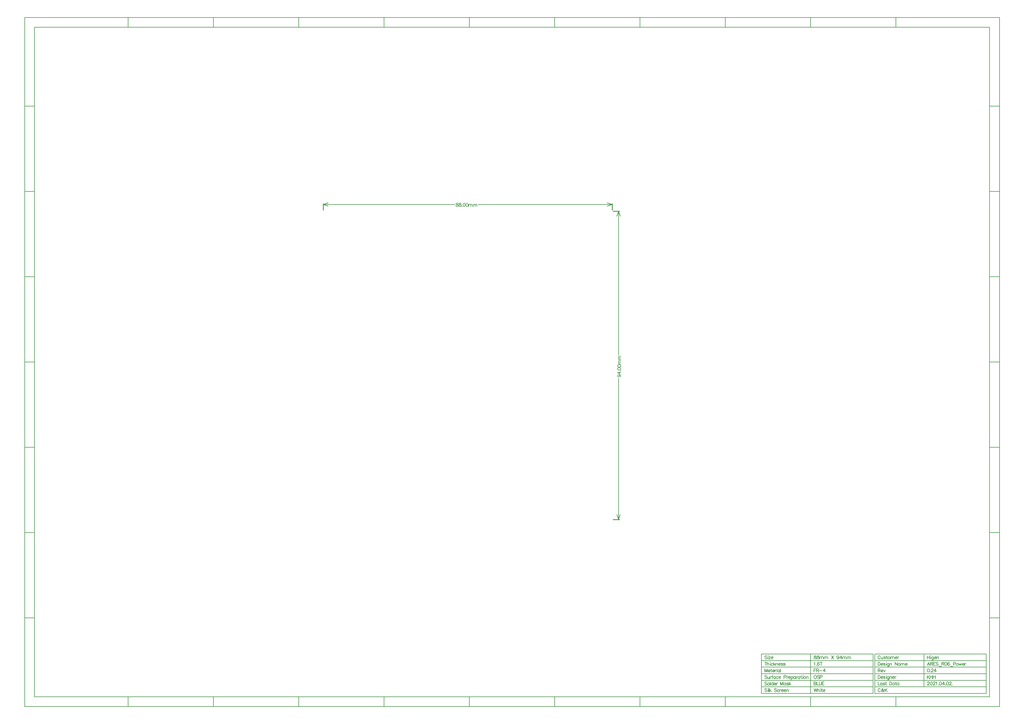
<source format=gko>
G04 Layer_Color=16711935*
%FSLAX44Y44*%
%MOMM*%
G71*
G01*
G75*
%ADD53C,0.2540*%
%ADD54C,0.1270*%
%ADD55C,0.1500*%
D53*
X443040Y-470000D02*
X462540D01*
X443040Y470000D02*
X462540D01*
X440000Y473040D02*
Y492540D01*
X-440000Y473040D02*
Y492540D01*
D54*
X460000Y-470000D02*
Y-39545D01*
Y31925D02*
Y470000D01*
Y-470000D02*
X465080Y-454760D01*
X454920D02*
X460000Y-470000D01*
X454920Y454760D02*
X460000Y470000D01*
X465080Y454760D01*
X31925Y490000D02*
X440000D01*
X-440000D02*
X-39545D01*
X424760Y495080D02*
X440000Y490000D01*
X424760Y484920D02*
X440000Y490000D01*
X-440000D02*
X-424760Y484920D01*
X-440000Y490000D02*
X-424760Y495080D01*
X459577Y-29446D02*
X461028Y-29930D01*
X461996Y-30898D01*
X462479Y-32349D01*
Y-32832D01*
X461996Y-34283D01*
X461028Y-35251D01*
X459577Y-35735D01*
X459093D01*
X457642Y-35251D01*
X456675Y-34283D01*
X456191Y-32832D01*
Y-32349D01*
X456675Y-30898D01*
X457642Y-29930D01*
X459577Y-29446D01*
X461996D01*
X464414Y-29930D01*
X465865Y-30898D01*
X466349Y-32349D01*
Y-33316D01*
X465865Y-34767D01*
X464898Y-35251D01*
X456191Y-21852D02*
X462963Y-26689D01*
Y-19434D01*
X456191Y-21852D02*
X466349D01*
X465382Y-17160D02*
X465865Y-17644D01*
X466349Y-17160D01*
X465865Y-16677D01*
X465382Y-17160D01*
X456191Y-11549D02*
X456675Y-13000D01*
X458126Y-13968D01*
X460544Y-14452D01*
X461996D01*
X464414Y-13968D01*
X465865Y-13000D01*
X466349Y-11549D01*
Y-10582D01*
X465865Y-9131D01*
X464414Y-8163D01*
X461996Y-7680D01*
X460544D01*
X458126Y-8163D01*
X456675Y-9131D01*
X456191Y-10582D01*
Y-11549D01*
Y-2504D02*
X456675Y-3955D01*
X458126Y-4922D01*
X460544Y-5406D01*
X461996D01*
X464414Y-4922D01*
X465865Y-3955D01*
X466349Y-2504D01*
Y-1537D01*
X465865Y-86D01*
X464414Y882D01*
X461996Y1366D01*
X460544D01*
X458126Y882D01*
X456675Y-86D01*
X456191Y-1537D01*
Y-2504D01*
X459577Y3639D02*
X466349D01*
X461512D02*
X460061Y5090D01*
X459577Y6058D01*
Y7509D01*
X460061Y8476D01*
X461512Y8960D01*
X466349D01*
X461512D02*
X460061Y10411D01*
X459577Y11378D01*
Y12830D01*
X460061Y13797D01*
X461512Y14281D01*
X466349D01*
X459577Y17473D02*
X466349D01*
X461512D02*
X460061Y18924D01*
X459577Y19892D01*
Y21343D01*
X460061Y22310D01*
X461512Y22794D01*
X466349D01*
X461512D02*
X460061Y24245D01*
X459577Y25212D01*
Y26663D01*
X460061Y27631D01*
X461512Y28115D01*
X466349D01*
X-33316Y493809D02*
X-34767Y493325D01*
X-35251Y492358D01*
Y491390D01*
X-34767Y490423D01*
X-33800Y489939D01*
X-31865Y489456D01*
X-30414Y488972D01*
X-29446Y488004D01*
X-28963Y487037D01*
Y485586D01*
X-29446Y484618D01*
X-29930Y484135D01*
X-31381Y483651D01*
X-33316D01*
X-34767Y484135D01*
X-35251Y484618D01*
X-35735Y485586D01*
Y487037D01*
X-35251Y488004D01*
X-34283Y488972D01*
X-32832Y489456D01*
X-30898Y489939D01*
X-29930Y490423D01*
X-29446Y491390D01*
Y492358D01*
X-29930Y493325D01*
X-31381Y493809D01*
X-33316D01*
X-24271D02*
X-25722Y493325D01*
X-26206Y492358D01*
Y491390D01*
X-25722Y490423D01*
X-24755Y489939D01*
X-22820Y489456D01*
X-21369Y488972D01*
X-20401Y488004D01*
X-19917Y487037D01*
Y485586D01*
X-20401Y484618D01*
X-20885Y484135D01*
X-22336Y483651D01*
X-24271D01*
X-25722Y484135D01*
X-26206Y484618D01*
X-26689Y485586D01*
Y487037D01*
X-26206Y488004D01*
X-25238Y488972D01*
X-23787Y489456D01*
X-21852Y489939D01*
X-20885Y490423D01*
X-20401Y491390D01*
Y492358D01*
X-20885Y493325D01*
X-22336Y493809D01*
X-24271D01*
X-17160Y484618D02*
X-17644Y484135D01*
X-17160Y483651D01*
X-16677Y484135D01*
X-17160Y484618D01*
X-11549Y493809D02*
X-13000Y493325D01*
X-13968Y491874D01*
X-14452Y489456D01*
Y488004D01*
X-13968Y485586D01*
X-13000Y484135D01*
X-11549Y483651D01*
X-10582D01*
X-9131Y484135D01*
X-8163Y485586D01*
X-7680Y488004D01*
Y489456D01*
X-8163Y491874D01*
X-9131Y493325D01*
X-10582Y493809D01*
X-11549D01*
X-2504D02*
X-3955Y493325D01*
X-4922Y491874D01*
X-5406Y489456D01*
Y488004D01*
X-4922Y485586D01*
X-3955Y484135D01*
X-2504Y483651D01*
X-1537D01*
X-86Y484135D01*
X882Y485586D01*
X1366Y488004D01*
Y489456D01*
X882Y491874D01*
X-86Y493325D01*
X-1537Y493809D01*
X-2504D01*
X3639Y490423D02*
Y483651D01*
Y488488D02*
X5090Y489939D01*
X6058Y490423D01*
X7509D01*
X8476Y489939D01*
X8960Y488488D01*
Y483651D01*
Y488488D02*
X10411Y489939D01*
X11378Y490423D01*
X12830D01*
X13797Y489939D01*
X14281Y488488D01*
Y483651D01*
X17473Y490423D02*
Y483651D01*
Y488488D02*
X18924Y489939D01*
X19892Y490423D01*
X21343D01*
X22310Y489939D01*
X22794Y488488D01*
Y483651D01*
Y488488D02*
X24245Y489939D01*
X25212Y490423D01*
X26663D01*
X27631Y489939D01*
X28115Y488488D01*
Y483651D01*
D55*
X-1320000Y-1010000D02*
Y1030000D01*
X1590000D01*
Y-1010000D02*
Y1030000D01*
X-1320000Y-1010000D02*
X1590000D01*
X-1350000Y-1040000D02*
X1620000D01*
X-1350000Y1060000D02*
X1620000D01*
X-1350000Y-1040000D02*
Y1060000D01*
Y530000D02*
X-1320000D01*
X-1350000Y530000D02*
X-1320000D01*
X-1350000Y790000D02*
X-1320000D01*
X-1350000D02*
X-1320000D01*
X5000Y-1040000D02*
Y-1010000D01*
X5000Y-1040000D02*
Y-1010000D01*
X-775000Y1030000D02*
Y1060000D01*
X-515000Y1030000D02*
Y1060000D01*
X-775000Y1030000D02*
Y1060000D01*
X-1035000Y1030000D02*
Y1060000D01*
X-1035000Y1030000D02*
Y1060000D01*
X5000Y1030000D02*
Y1060000D01*
X5000Y1030000D02*
Y1060000D01*
X-255000Y1030000D02*
Y1060000D01*
Y1030000D02*
Y1060000D01*
X-515000Y1030000D02*
Y1060000D01*
X1620000Y-1040000D02*
Y1060000D01*
X1590000Y790000D02*
X1620000D01*
X1590000D02*
X1620000D01*
X1590000Y530000D02*
X1620000D01*
X1590000Y530000D02*
X1620000D01*
X1590000Y270000D02*
X1620000D01*
X1590000D02*
X1620000D01*
X1590000Y10000D02*
X1620000D01*
X1590000D02*
X1620000D01*
X1590000Y-250000D02*
X1620000D01*
X1590000D02*
X1620000D01*
X1590000Y-510000D02*
X1620000D01*
X1590000Y-510000D02*
X1620000D01*
X1590000Y-770000D02*
X1620000D01*
X1590000D02*
X1620000D01*
X265000Y-1040000D02*
Y-1010000D01*
Y-1040000D02*
Y-1010000D01*
X525000Y-1040000D02*
Y-1010000D01*
Y-1040000D02*
Y-1010000D01*
X785000Y-1040000D02*
Y-1010000D01*
Y-1040000D02*
Y-1010000D01*
X1045000Y-1040000D02*
Y-1010000D01*
X1045000Y-1040000D02*
Y-1010000D01*
X1305000Y-1040000D02*
Y-1010000D01*
Y-1040000D02*
Y-1010000D01*
Y1030000D02*
Y1060000D01*
Y1030000D02*
Y1060000D01*
X1045000Y1030000D02*
Y1060000D01*
X1045000Y1030000D02*
Y1060000D01*
X785000Y1030000D02*
Y1060000D01*
Y1030000D02*
Y1060000D01*
X525000Y1030000D02*
Y1060000D01*
Y1030000D02*
Y1060000D01*
X265000Y1030000D02*
Y1060000D01*
Y1030000D02*
Y1060000D01*
X1240000Y-900000D02*
X1580000D01*
X1240000Y-920000D02*
X1580000D01*
X1240000Y-940000D02*
X1580000D01*
X1240000Y-960000D02*
X1580000D01*
X1240000Y-980000D02*
X1580000D01*
X1240000Y-1000000D02*
X1580000D01*
X1390000Y-980000D02*
Y-880000D01*
X1580000Y-1000000D02*
Y-880000D01*
X1240000D02*
X1580000D01*
X1240000Y-1000000D02*
Y-880000D01*
X-1350000Y-770000D02*
X-1320000D01*
X-1350000D02*
X-1320000D01*
X-1350000Y-510000D02*
X-1320000D01*
X-1350000Y-510000D02*
X-1320000D01*
X-1350000Y-250000D02*
X-1320000D01*
X-1350000D02*
X-1320000D01*
X-1350000Y10000D02*
X-1320000D01*
X-1350000D02*
X-1320000D01*
X-1350000Y270000D02*
X-1320000D01*
X-1350000D02*
X-1320000D01*
X-515000Y-1040000D02*
Y-1010000D01*
X-255000Y-1040000D02*
Y-1010000D01*
Y-1040000D02*
Y-1010000D01*
X-1035000Y-1040000D02*
Y-1010000D01*
X-1035000Y-1040000D02*
Y-1010000D01*
X-775000Y-1040000D02*
Y-1010000D01*
X-515000Y-1040000D02*
Y-1010000D01*
X-775000Y-1040000D02*
Y-1010000D01*
X895000Y-900000D02*
X1235000D01*
X895000Y-920000D02*
X1235000D01*
X895000Y-940000D02*
X1235000D01*
X895000Y-960000D02*
X1235000D01*
X895000Y-980000D02*
X1235000D01*
X895000Y-1000000D02*
X1235000D01*
X1045000D02*
Y-880000D01*
X1235000Y-1000000D02*
Y-880000D01*
X895000D02*
X1235000D01*
X895000Y-1000000D02*
Y-880000D01*
X1257141Y-987383D02*
X1256665Y-986430D01*
X1255713Y-985478D01*
X1254761Y-985002D01*
X1252857D01*
X1251904Y-985478D01*
X1250952Y-986430D01*
X1250476Y-987383D01*
X1250000Y-988811D01*
Y-991191D01*
X1250476Y-992619D01*
X1250952Y-993572D01*
X1251904Y-994524D01*
X1252857Y-995000D01*
X1254761D01*
X1255713Y-994524D01*
X1256665Y-993572D01*
X1257141Y-992619D01*
X1268520Y-988811D02*
X1268044Y-989287D01*
X1268520Y-989763D01*
X1268996Y-989287D01*
Y-988811D01*
X1268520Y-988335D01*
X1268044D01*
X1267568Y-988811D01*
X1267092Y-989763D01*
X1266139Y-992143D01*
X1265187Y-993572D01*
X1264235Y-994524D01*
X1263283Y-995000D01*
X1261855D01*
X1260426Y-994524D01*
X1259950Y-993572D01*
Y-992143D01*
X1260426Y-991191D01*
X1263283Y-989287D01*
X1264235Y-988335D01*
X1264711Y-987383D01*
Y-986430D01*
X1264235Y-985478D01*
X1263283Y-985002D01*
X1262331Y-985478D01*
X1261855Y-986430D01*
Y-987383D01*
X1262331Y-988811D01*
X1263283Y-990239D01*
X1265663Y-993572D01*
X1266616Y-994524D01*
X1268044Y-995000D01*
X1268520D01*
X1268996Y-994524D01*
Y-994048D01*
X1261855Y-995000D02*
X1260902Y-994524D01*
X1260426Y-993572D01*
Y-992143D01*
X1260902Y-991191D01*
X1261855Y-990239D01*
Y-987383D02*
X1262331Y-988335D01*
X1266139Y-993572D01*
X1267092Y-994524D01*
X1268044Y-995000D01*
X1271472Y-985002D02*
Y-995000D01*
X1278137Y-985002D02*
X1271472Y-991667D01*
X1273852Y-989287D02*
X1278137Y-995000D01*
X1400476Y-967383D02*
Y-966907D01*
X1400952Y-965954D01*
X1401428Y-965478D01*
X1402380Y-965002D01*
X1404285D01*
X1405237Y-965478D01*
X1405713Y-965954D01*
X1406189Y-966907D01*
Y-967859D01*
X1405713Y-968811D01*
X1404761Y-970239D01*
X1400000Y-975000D01*
X1406665D01*
X1411759Y-965002D02*
X1410331Y-965478D01*
X1409379Y-966907D01*
X1408903Y-969287D01*
Y-970715D01*
X1409379Y-973096D01*
X1410331Y-974524D01*
X1411759Y-975000D01*
X1412712D01*
X1414140Y-974524D01*
X1415092Y-973096D01*
X1415568Y-970715D01*
Y-969287D01*
X1415092Y-966907D01*
X1414140Y-965478D01*
X1412712Y-965002D01*
X1411759D01*
X1418282Y-967383D02*
Y-966907D01*
X1418758Y-965954D01*
X1419234Y-965478D01*
X1420186Y-965002D01*
X1422090D01*
X1423043Y-965478D01*
X1423519Y-965954D01*
X1423995Y-966907D01*
Y-967859D01*
X1423519Y-968811D01*
X1422567Y-970239D01*
X1417806Y-975000D01*
X1424471D01*
X1426709Y-966907D02*
X1427661Y-966430D01*
X1429089Y-965002D01*
Y-975000D01*
X1434516Y-974048D02*
X1434040Y-974524D01*
X1434516Y-975000D01*
X1434993Y-974524D01*
X1434516Y-974048D01*
X1440039Y-965002D02*
X1438611Y-965478D01*
X1437659Y-966907D01*
X1437182Y-969287D01*
Y-970715D01*
X1437659Y-973096D01*
X1438611Y-974524D01*
X1440039Y-975000D01*
X1440991D01*
X1442419Y-974524D01*
X1443372Y-973096D01*
X1443848Y-970715D01*
Y-969287D01*
X1443372Y-966907D01*
X1442419Y-965478D01*
X1440991Y-965002D01*
X1440039D01*
X1450846D02*
X1446085Y-971667D01*
X1453227D01*
X1450846Y-965002D02*
Y-975000D01*
X1455464Y-974048D02*
X1454988Y-974524D01*
X1455464Y-975000D01*
X1455940Y-974524D01*
X1455464Y-974048D01*
X1460987Y-965002D02*
X1459559Y-965478D01*
X1458607Y-966907D01*
X1458130Y-969287D01*
Y-970715D01*
X1458607Y-973096D01*
X1459559Y-974524D01*
X1460987Y-975000D01*
X1461939D01*
X1463367Y-974524D01*
X1464319Y-973096D01*
X1464796Y-970715D01*
Y-969287D01*
X1464319Y-966907D01*
X1463367Y-965478D01*
X1461939Y-965002D01*
X1460987D01*
X1467509Y-967383D02*
Y-966907D01*
X1467985Y-965954D01*
X1468461Y-965478D01*
X1469414Y-965002D01*
X1471318D01*
X1472270Y-965478D01*
X1472746Y-965954D01*
X1473222Y-966907D01*
Y-967859D01*
X1472746Y-968811D01*
X1471794Y-970239D01*
X1467033Y-975000D01*
X1473698D01*
X1476412Y-974048D02*
X1475936Y-974524D01*
X1476412Y-975000D01*
X1476888Y-974524D01*
X1476412Y-974048D01*
X1400000Y-945002D02*
Y-955000D01*
X1406665Y-945002D02*
X1400000Y-951667D01*
X1402380Y-949287D02*
X1406665Y-955000D01*
X1408903Y-945002D02*
Y-955000D01*
X1415568Y-945002D02*
Y-955000D01*
X1408903Y-949763D02*
X1415568D01*
X1418329Y-945002D02*
Y-955000D01*
X1424995Y-945002D02*
Y-955000D01*
X1418329Y-949763D02*
X1424995D01*
X1402856Y-925002D02*
X1401428Y-925478D01*
X1400476Y-926907D01*
X1400000Y-929287D01*
Y-930715D01*
X1400476Y-933096D01*
X1401428Y-934524D01*
X1402856Y-935000D01*
X1403809D01*
X1405237Y-934524D01*
X1406189Y-933096D01*
X1406665Y-930715D01*
Y-929287D01*
X1406189Y-926907D01*
X1405237Y-925478D01*
X1403809Y-925002D01*
X1402856D01*
X1409379Y-934048D02*
X1408903Y-934524D01*
X1409379Y-935000D01*
X1409855Y-934524D01*
X1409379Y-934048D01*
X1412521Y-927383D02*
Y-926907D01*
X1412997Y-925954D01*
X1413473Y-925478D01*
X1414426Y-925002D01*
X1416330D01*
X1417282Y-925478D01*
X1417758Y-925954D01*
X1418234Y-926907D01*
Y-927859D01*
X1417758Y-928811D01*
X1416806Y-930239D01*
X1412045Y-935000D01*
X1418710D01*
X1425709Y-925002D02*
X1420948Y-931667D01*
X1428089D01*
X1425709Y-925002D02*
Y-935000D01*
X1407617Y-915000D02*
X1403809Y-905002D01*
X1400000Y-915000D01*
X1401428Y-911667D02*
X1406189D01*
X1409950Y-905002D02*
Y-915000D01*
Y-905002D02*
X1414235D01*
X1415663Y-905478D01*
X1416139Y-905954D01*
X1416615Y-906907D01*
Y-907859D01*
X1416139Y-908811D01*
X1415663Y-909287D01*
X1414235Y-909763D01*
X1409950D01*
X1413283D02*
X1416615Y-915000D01*
X1425042Y-905002D02*
X1418853D01*
Y-915000D01*
X1425042D01*
X1418853Y-909763D02*
X1422662D01*
X1433374Y-906430D02*
X1432422Y-905478D01*
X1430993Y-905002D01*
X1429089D01*
X1427661Y-905478D01*
X1426709Y-906430D01*
Y-907383D01*
X1427185Y-908335D01*
X1427661Y-908811D01*
X1428613Y-909287D01*
X1431470Y-910239D01*
X1432422Y-910715D01*
X1432898Y-911191D01*
X1433374Y-912143D01*
Y-913572D01*
X1432422Y-914524D01*
X1430993Y-915000D01*
X1429089D01*
X1427661Y-914524D01*
X1426709Y-913572D01*
X1435611Y-918333D02*
X1443229D01*
X1444514Y-905002D02*
Y-915000D01*
Y-905002D02*
X1448799D01*
X1450227Y-905478D01*
X1450703Y-905954D01*
X1451180Y-906907D01*
Y-907859D01*
X1450703Y-908811D01*
X1450227Y-909287D01*
X1448799Y-909763D01*
X1444514D01*
X1447847D02*
X1451180Y-915000D01*
X1456274Y-905002D02*
X1454845Y-905478D01*
X1453893Y-906907D01*
X1453417Y-909287D01*
Y-910715D01*
X1453893Y-913096D01*
X1454845Y-914524D01*
X1456274Y-915000D01*
X1457226D01*
X1458654Y-914524D01*
X1459606Y-913096D01*
X1460082Y-910715D01*
Y-909287D01*
X1459606Y-906907D01*
X1458654Y-905478D01*
X1457226Y-905002D01*
X1456274D01*
X1468033Y-906430D02*
X1467557Y-905478D01*
X1466129Y-905002D01*
X1465177D01*
X1463748Y-905478D01*
X1462796Y-906907D01*
X1462320Y-909287D01*
Y-911667D01*
X1462796Y-913572D01*
X1463748Y-914524D01*
X1465177Y-915000D01*
X1465653D01*
X1467081Y-914524D01*
X1468033Y-913572D01*
X1468509Y-912143D01*
Y-911667D01*
X1468033Y-910239D01*
X1467081Y-909287D01*
X1465653Y-908811D01*
X1465177D01*
X1463748Y-909287D01*
X1462796Y-910239D01*
X1462320Y-911667D01*
X1470699Y-918333D02*
X1478316D01*
X1479602Y-910239D02*
X1483887D01*
X1485315Y-909763D01*
X1485791Y-909287D01*
X1486267Y-908335D01*
Y-906907D01*
X1485791Y-905954D01*
X1485315Y-905478D01*
X1483887Y-905002D01*
X1479602D01*
Y-915000D01*
X1490885Y-908335D02*
X1489933Y-908811D01*
X1488981Y-909763D01*
X1488505Y-911191D01*
Y-912143D01*
X1488981Y-913572D01*
X1489933Y-914524D01*
X1490885Y-915000D01*
X1492314D01*
X1493266Y-914524D01*
X1494218Y-913572D01*
X1494694Y-912143D01*
Y-911191D01*
X1494218Y-909763D01*
X1493266Y-908811D01*
X1492314Y-908335D01*
X1490885D01*
X1496884D02*
X1498788Y-915000D01*
X1500693Y-908335D02*
X1498788Y-915000D01*
X1500693Y-908335D02*
X1502597Y-915000D01*
X1504501Y-908335D02*
X1502597Y-915000D01*
X1506834Y-911191D02*
X1512547D01*
Y-910239D01*
X1512071Y-909287D01*
X1511595Y-908811D01*
X1510643Y-908335D01*
X1509215D01*
X1508262Y-908811D01*
X1507310Y-909763D01*
X1506834Y-911191D01*
Y-912143D01*
X1507310Y-913572D01*
X1508262Y-914524D01*
X1509215Y-915000D01*
X1510643D01*
X1511595Y-914524D01*
X1512547Y-913572D01*
X1514690Y-908335D02*
Y-915000D01*
Y-911191D02*
X1515166Y-909763D01*
X1516118Y-908811D01*
X1517070Y-908335D01*
X1518498D01*
X1400000Y-885002D02*
Y-895000D01*
X1406665Y-885002D02*
Y-895000D01*
X1400000Y-889763D02*
X1406665D01*
X1410379Y-885002D02*
X1410855Y-885478D01*
X1411331Y-885002D01*
X1410855Y-884526D01*
X1410379Y-885002D01*
X1410855Y-888335D02*
Y-895000D01*
X1418806Y-888335D02*
Y-895952D01*
X1418329Y-897380D01*
X1417853Y-897857D01*
X1416901Y-898333D01*
X1415473D01*
X1414521Y-897857D01*
X1418806Y-889763D02*
X1417853Y-888811D01*
X1416901Y-888335D01*
X1415473D01*
X1414521Y-888811D01*
X1413569Y-889763D01*
X1413092Y-891191D01*
Y-892143D01*
X1413569Y-893572D01*
X1414521Y-894524D01*
X1415473Y-895000D01*
X1416901D01*
X1417853Y-894524D01*
X1418806Y-893572D01*
X1421472Y-891191D02*
X1427185D01*
Y-890239D01*
X1426709Y-889287D01*
X1426232Y-888811D01*
X1425280Y-888335D01*
X1423852D01*
X1422900Y-888811D01*
X1421948Y-889763D01*
X1421472Y-891191D01*
Y-892143D01*
X1421948Y-893572D01*
X1422900Y-894524D01*
X1423852Y-895000D01*
X1425280D01*
X1426232Y-894524D01*
X1427185Y-893572D01*
X1429327Y-888335D02*
Y-895000D01*
Y-890239D02*
X1430755Y-888811D01*
X1431707Y-888335D01*
X1433136D01*
X1434088Y-888811D01*
X1434564Y-890239D01*
Y-895000D01*
X1250000Y-965002D02*
Y-975000D01*
X1255713D01*
X1262521Y-968335D02*
Y-975000D01*
Y-969763D02*
X1261569Y-968811D01*
X1260617Y-968335D01*
X1259189D01*
X1258236Y-968811D01*
X1257284Y-969763D01*
X1256808Y-971191D01*
Y-972143D01*
X1257284Y-973572D01*
X1258236Y-974524D01*
X1259189Y-975000D01*
X1260617D01*
X1261569Y-974524D01*
X1262521Y-973572D01*
X1270424Y-969763D02*
X1269948Y-968811D01*
X1268520Y-968335D01*
X1267092D01*
X1265663Y-968811D01*
X1265187Y-969763D01*
X1265663Y-970715D01*
X1266616Y-971191D01*
X1268996Y-971667D01*
X1269948Y-972143D01*
X1270424Y-973096D01*
Y-973572D01*
X1269948Y-974524D01*
X1268520Y-975000D01*
X1267092D01*
X1265663Y-974524D01*
X1265187Y-973572D01*
X1273947Y-965002D02*
Y-973096D01*
X1274423Y-974524D01*
X1275376Y-975000D01*
X1276328D01*
X1272519Y-968335D02*
X1275852D01*
X1285611Y-965002D02*
Y-975000D01*
Y-965002D02*
X1288944D01*
X1290372Y-965478D01*
X1291324Y-966430D01*
X1291801Y-967383D01*
X1292277Y-968811D01*
Y-971191D01*
X1291801Y-972619D01*
X1291324Y-973572D01*
X1290372Y-974524D01*
X1288944Y-975000D01*
X1285611D01*
X1300227Y-968335D02*
Y-975000D01*
Y-969763D02*
X1299275Y-968811D01*
X1298323Y-968335D01*
X1296895D01*
X1295943Y-968811D01*
X1294990Y-969763D01*
X1294514Y-971191D01*
Y-972143D01*
X1294990Y-973572D01*
X1295943Y-974524D01*
X1296895Y-975000D01*
X1298323D01*
X1299275Y-974524D01*
X1300227Y-973572D01*
X1304322Y-965002D02*
Y-973096D01*
X1304798Y-974524D01*
X1305750Y-975000D01*
X1306702D01*
X1302893Y-968335D02*
X1306226D01*
X1313843D02*
Y-975000D01*
Y-969763D02*
X1312891Y-968811D01*
X1311939Y-968335D01*
X1310511D01*
X1309559Y-968811D01*
X1308607Y-969763D01*
X1308130Y-971191D01*
Y-972143D01*
X1308607Y-973572D01*
X1309559Y-974524D01*
X1310511Y-975000D01*
X1311939D01*
X1312891Y-974524D01*
X1313843Y-973572D01*
X1250000Y-945002D02*
Y-955000D01*
Y-945002D02*
X1253333D01*
X1254761Y-945478D01*
X1255713Y-946430D01*
X1256189Y-947383D01*
X1256665Y-948811D01*
Y-951191D01*
X1256189Y-952619D01*
X1255713Y-953572D01*
X1254761Y-954524D01*
X1253333Y-955000D01*
X1250000D01*
X1258903Y-951191D02*
X1264616D01*
Y-950239D01*
X1264140Y-949287D01*
X1263664Y-948811D01*
X1262711Y-948335D01*
X1261283D01*
X1260331Y-948811D01*
X1259379Y-949763D01*
X1258903Y-951191D01*
Y-952143D01*
X1259379Y-953572D01*
X1260331Y-954524D01*
X1261283Y-955000D01*
X1262711D01*
X1263664Y-954524D01*
X1264616Y-953572D01*
X1271995Y-949763D02*
X1271519Y-948811D01*
X1270091Y-948335D01*
X1268663D01*
X1267234Y-948811D01*
X1266758Y-949763D01*
X1267234Y-950715D01*
X1268187Y-951191D01*
X1270567Y-951667D01*
X1271519Y-952143D01*
X1271995Y-953096D01*
Y-953572D01*
X1271519Y-954524D01*
X1270091Y-955000D01*
X1268663D01*
X1267234Y-954524D01*
X1266758Y-953572D01*
X1275042Y-945002D02*
X1275518Y-945478D01*
X1275994Y-945002D01*
X1275518Y-944526D01*
X1275042Y-945002D01*
X1275518Y-948335D02*
Y-955000D01*
X1283469Y-948335D02*
Y-955952D01*
X1282993Y-957380D01*
X1282517Y-957857D01*
X1281565Y-958333D01*
X1280136D01*
X1279184Y-957857D01*
X1283469Y-949763D02*
X1282517Y-948811D01*
X1281565Y-948335D01*
X1280136D01*
X1279184Y-948811D01*
X1278232Y-949763D01*
X1277756Y-951191D01*
Y-952143D01*
X1278232Y-953572D01*
X1279184Y-954524D01*
X1280136Y-955000D01*
X1281565D01*
X1282517Y-954524D01*
X1283469Y-953572D01*
X1286135Y-948335D02*
Y-955000D01*
Y-950239D02*
X1287563Y-948811D01*
X1288515Y-948335D01*
X1289944D01*
X1290896Y-948811D01*
X1291372Y-950239D01*
Y-955000D01*
X1293991Y-951191D02*
X1299704D01*
Y-950239D01*
X1299227Y-949287D01*
X1298752Y-948811D01*
X1297799Y-948335D01*
X1296371D01*
X1295419Y-948811D01*
X1294467Y-949763D01*
X1293991Y-951191D01*
Y-952143D01*
X1294467Y-953572D01*
X1295419Y-954524D01*
X1296371Y-955000D01*
X1297799D01*
X1298752Y-954524D01*
X1299704Y-953572D01*
X1301846Y-948335D02*
Y-955000D01*
Y-951191D02*
X1302322Y-949763D01*
X1303274Y-948811D01*
X1304226Y-948335D01*
X1305655D01*
X1250000Y-925002D02*
Y-935000D01*
Y-925002D02*
X1254285D01*
X1255713Y-925478D01*
X1256189Y-925954D01*
X1256665Y-926907D01*
Y-927859D01*
X1256189Y-928811D01*
X1255713Y-929287D01*
X1254285Y-929763D01*
X1250000D01*
X1253333D02*
X1256665Y-935000D01*
X1258903Y-931191D02*
X1264616D01*
Y-930239D01*
X1264140Y-929287D01*
X1263664Y-928811D01*
X1262711Y-928335D01*
X1261283D01*
X1260331Y-928811D01*
X1259379Y-929763D01*
X1258903Y-931191D01*
Y-932143D01*
X1259379Y-933572D01*
X1260331Y-934524D01*
X1261283Y-935000D01*
X1262711D01*
X1263664Y-934524D01*
X1264616Y-933572D01*
X1266758Y-928335D02*
X1269615Y-935000D01*
X1272471Y-928335D02*
X1269615Y-935000D01*
X1250000Y-905002D02*
Y-915000D01*
Y-905002D02*
X1253333D01*
X1254761Y-905478D01*
X1255713Y-906430D01*
X1256189Y-907383D01*
X1256665Y-908811D01*
Y-911191D01*
X1256189Y-912619D01*
X1255713Y-913572D01*
X1254761Y-914524D01*
X1253333Y-915000D01*
X1250000D01*
X1258903Y-911191D02*
X1264616D01*
Y-910239D01*
X1264140Y-909287D01*
X1263664Y-908811D01*
X1262711Y-908335D01*
X1261283D01*
X1260331Y-908811D01*
X1259379Y-909763D01*
X1258903Y-911191D01*
Y-912143D01*
X1259379Y-913572D01*
X1260331Y-914524D01*
X1261283Y-915000D01*
X1262711D01*
X1263664Y-914524D01*
X1264616Y-913572D01*
X1271995Y-909763D02*
X1271519Y-908811D01*
X1270091Y-908335D01*
X1268663D01*
X1267234Y-908811D01*
X1266758Y-909763D01*
X1267234Y-910715D01*
X1268187Y-911191D01*
X1270567Y-911667D01*
X1271519Y-912143D01*
X1271995Y-913096D01*
Y-913572D01*
X1271519Y-914524D01*
X1270091Y-915000D01*
X1268663D01*
X1267234Y-914524D01*
X1266758Y-913572D01*
X1275042Y-905002D02*
X1275518Y-905478D01*
X1275994Y-905002D01*
X1275518Y-904526D01*
X1275042Y-905002D01*
X1275518Y-908335D02*
Y-915000D01*
X1283469Y-908335D02*
Y-915952D01*
X1282993Y-917380D01*
X1282517Y-917857D01*
X1281565Y-918333D01*
X1280136D01*
X1279184Y-917857D01*
X1283469Y-909763D02*
X1282517Y-908811D01*
X1281565Y-908335D01*
X1280136D01*
X1279184Y-908811D01*
X1278232Y-909763D01*
X1277756Y-911191D01*
Y-912143D01*
X1278232Y-913572D01*
X1279184Y-914524D01*
X1280136Y-915000D01*
X1281565D01*
X1282517Y-914524D01*
X1283469Y-913572D01*
X1286135Y-908335D02*
Y-915000D01*
Y-910239D02*
X1287563Y-908811D01*
X1288515Y-908335D01*
X1289944D01*
X1290896Y-908811D01*
X1291372Y-910239D01*
Y-915000D01*
X1301846Y-905002D02*
Y-915000D01*
Y-905002D02*
X1308511Y-915000D01*
Y-905002D02*
Y-915000D01*
X1316986Y-908335D02*
Y-915000D01*
Y-909763D02*
X1316033Y-908811D01*
X1315081Y-908335D01*
X1313653D01*
X1312701Y-908811D01*
X1311749Y-909763D01*
X1311273Y-911191D01*
Y-912143D01*
X1311749Y-913572D01*
X1312701Y-914524D01*
X1313653Y-915000D01*
X1315081D01*
X1316033Y-914524D01*
X1316986Y-913572D01*
X1319652Y-908335D02*
Y-915000D01*
Y-910239D02*
X1321080Y-908811D01*
X1322032Y-908335D01*
X1323460D01*
X1324413Y-908811D01*
X1324889Y-910239D01*
Y-915000D01*
Y-910239D02*
X1326317Y-908811D01*
X1327269Y-908335D01*
X1328697D01*
X1329650Y-908811D01*
X1330126Y-910239D01*
Y-915000D01*
X1333268Y-911191D02*
X1338981D01*
Y-910239D01*
X1338505Y-909287D01*
X1338029Y-908811D01*
X1337077Y-908335D01*
X1335648D01*
X1334696Y-908811D01*
X1333744Y-909763D01*
X1333268Y-911191D01*
Y-912143D01*
X1333744Y-913572D01*
X1334696Y-914524D01*
X1335648Y-915000D01*
X1337077D01*
X1338029Y-914524D01*
X1338981Y-913572D01*
X1257141Y-887383D02*
X1256665Y-886430D01*
X1255713Y-885478D01*
X1254761Y-885002D01*
X1252857D01*
X1251904Y-885478D01*
X1250952Y-886430D01*
X1250476Y-887383D01*
X1250000Y-888811D01*
Y-891191D01*
X1250476Y-892620D01*
X1250952Y-893572D01*
X1251904Y-894524D01*
X1252857Y-895000D01*
X1254761D01*
X1255713Y-894524D01*
X1256665Y-893572D01*
X1257141Y-892620D01*
X1259950Y-888335D02*
Y-893096D01*
X1260426Y-894524D01*
X1261378Y-895000D01*
X1262807D01*
X1263759Y-894524D01*
X1265187Y-893096D01*
Y-888335D02*
Y-895000D01*
X1273043Y-889763D02*
X1272567Y-888811D01*
X1271138Y-888335D01*
X1269710D01*
X1268282Y-888811D01*
X1267806Y-889763D01*
X1268282Y-890715D01*
X1269234Y-891191D01*
X1271614Y-891667D01*
X1272567Y-892143D01*
X1273043Y-893096D01*
Y-893572D01*
X1272567Y-894524D01*
X1271138Y-895000D01*
X1269710D01*
X1268282Y-894524D01*
X1267806Y-893572D01*
X1276566Y-885002D02*
Y-893096D01*
X1277042Y-894524D01*
X1277994Y-895000D01*
X1278946D01*
X1275137Y-888335D02*
X1278470D01*
X1282755D02*
X1281803Y-888811D01*
X1280851Y-889763D01*
X1280374Y-891191D01*
Y-892143D01*
X1280851Y-893572D01*
X1281803Y-894524D01*
X1282755Y-895000D01*
X1284183D01*
X1285135Y-894524D01*
X1286087Y-893572D01*
X1286564Y-892143D01*
Y-891191D01*
X1286087Y-889763D01*
X1285135Y-888811D01*
X1284183Y-888335D01*
X1282755D01*
X1288754D02*
Y-895000D01*
Y-890239D02*
X1290182Y-888811D01*
X1291134Y-888335D01*
X1292562D01*
X1293515Y-888811D01*
X1293991Y-890239D01*
Y-895000D01*
Y-890239D02*
X1295419Y-888811D01*
X1296371Y-888335D01*
X1297799D01*
X1298752Y-888811D01*
X1299227Y-890239D01*
Y-895000D01*
X1302370Y-891191D02*
X1308083D01*
Y-890239D01*
X1307607Y-889287D01*
X1307131Y-888811D01*
X1306178Y-888335D01*
X1304750D01*
X1303798Y-888811D01*
X1302846Y-889763D01*
X1302370Y-891191D01*
Y-892143D01*
X1302846Y-893572D01*
X1303798Y-894524D01*
X1304750Y-895000D01*
X1306178D01*
X1307131Y-894524D01*
X1308083Y-893572D01*
X1310225Y-888335D02*
Y-895000D01*
Y-891191D02*
X1310701Y-889763D01*
X1311653Y-888811D01*
X1312606Y-888335D01*
X1314034D01*
X1055000Y-985002D02*
X1057380Y-995000D01*
X1059761Y-985002D02*
X1057380Y-995000D01*
X1059761Y-985002D02*
X1062141Y-995000D01*
X1064522Y-985002D02*
X1062141Y-995000D01*
X1066521Y-985002D02*
Y-995000D01*
Y-990239D02*
X1067950Y-988811D01*
X1068902Y-988335D01*
X1070330D01*
X1071282Y-988811D01*
X1071758Y-990239D01*
Y-995000D01*
X1075329Y-985002D02*
X1075805Y-985478D01*
X1076281Y-985002D01*
X1075805Y-984526D01*
X1075329Y-985002D01*
X1075805Y-988335D02*
Y-995000D01*
X1079471Y-985002D02*
Y-993096D01*
X1079947Y-994524D01*
X1080899Y-995000D01*
X1081851D01*
X1078043Y-988335D02*
X1081375D01*
X1083280Y-991191D02*
X1088993D01*
Y-990239D01*
X1088517Y-989287D01*
X1088040Y-988811D01*
X1087088Y-988335D01*
X1085660D01*
X1084708Y-988811D01*
X1083756Y-989763D01*
X1083280Y-991191D01*
Y-992143D01*
X1083756Y-993572D01*
X1084708Y-994524D01*
X1085660Y-995000D01*
X1087088D01*
X1088040Y-994524D01*
X1088993Y-993572D01*
X1055000Y-965002D02*
Y-975000D01*
Y-965002D02*
X1059285D01*
X1060713Y-965478D01*
X1061189Y-965954D01*
X1061665Y-966907D01*
Y-967859D01*
X1061189Y-968811D01*
X1060713Y-969287D01*
X1059285Y-969763D01*
X1055000D02*
X1059285D01*
X1060713Y-970239D01*
X1061189Y-970715D01*
X1061665Y-971667D01*
Y-973096D01*
X1061189Y-974048D01*
X1060713Y-974524D01*
X1059285Y-975000D01*
X1055000D01*
X1063903Y-965002D02*
Y-975000D01*
X1069616D01*
X1070711Y-965002D02*
Y-972143D01*
X1071187Y-973572D01*
X1072139Y-974524D01*
X1073567Y-975000D01*
X1074520D01*
X1075948Y-974524D01*
X1076900Y-973572D01*
X1077376Y-972143D01*
Y-965002D01*
X1086327D02*
X1080137D01*
Y-975000D01*
X1086327D01*
X1080137Y-969763D02*
X1083946D01*
X1057857Y-945002D02*
X1056904Y-945478D01*
X1055952Y-946430D01*
X1055476Y-947383D01*
X1055000Y-948811D01*
Y-951191D01*
X1055476Y-952620D01*
X1055952Y-953572D01*
X1056904Y-954524D01*
X1057857Y-955000D01*
X1059761D01*
X1060713Y-954524D01*
X1061665Y-953572D01*
X1062141Y-952620D01*
X1062617Y-951191D01*
Y-948811D01*
X1062141Y-947383D01*
X1061665Y-946430D01*
X1060713Y-945478D01*
X1059761Y-945002D01*
X1057857D01*
X1071616Y-946430D02*
X1070663Y-945478D01*
X1069235Y-945002D01*
X1067331D01*
X1065902Y-945478D01*
X1064950Y-946430D01*
Y-947383D01*
X1065426Y-948335D01*
X1065902Y-948811D01*
X1066855Y-949287D01*
X1069711Y-950239D01*
X1070663Y-950715D01*
X1071139Y-951191D01*
X1071616Y-952143D01*
Y-953572D01*
X1070663Y-954524D01*
X1069235Y-955000D01*
X1067331D01*
X1065902Y-954524D01*
X1064950Y-953572D01*
X1073853Y-950239D02*
X1078138D01*
X1079566Y-949763D01*
X1080042Y-949287D01*
X1080518Y-948335D01*
Y-946907D01*
X1080042Y-945954D01*
X1079566Y-945478D01*
X1078138Y-945002D01*
X1073853D01*
Y-955000D01*
X1055000Y-925002D02*
Y-935000D01*
Y-925002D02*
X1061189D01*
X1055000Y-929763D02*
X1058809D01*
X1062332Y-925002D02*
Y-935000D01*
Y-925002D02*
X1066617D01*
X1068045Y-925478D01*
X1068521Y-925954D01*
X1068997Y-926907D01*
Y-927859D01*
X1068521Y-928811D01*
X1068045Y-929287D01*
X1066617Y-929763D01*
X1062332D01*
X1065664D02*
X1068997Y-935000D01*
X1071235Y-930715D02*
X1079804D01*
X1087517Y-925002D02*
X1082756Y-931667D01*
X1089897D01*
X1087517Y-925002D02*
Y-935000D01*
X1055000Y-906907D02*
X1055952Y-906430D01*
X1057380Y-905002D01*
Y-915000D01*
X1062808Y-914048D02*
X1062332Y-914524D01*
X1062808Y-915000D01*
X1063284Y-914524D01*
X1062808Y-914048D01*
X1071187Y-906430D02*
X1070711Y-905478D01*
X1069283Y-905002D01*
X1068331D01*
X1066902Y-905478D01*
X1065950Y-906907D01*
X1065474Y-909287D01*
Y-911667D01*
X1065950Y-913572D01*
X1066902Y-914524D01*
X1068331Y-915000D01*
X1068807D01*
X1070235Y-914524D01*
X1071187Y-913572D01*
X1071663Y-912143D01*
Y-911667D01*
X1071187Y-910239D01*
X1070235Y-909287D01*
X1068807Y-908811D01*
X1068331D01*
X1066902Y-909287D01*
X1065950Y-910239D01*
X1065474Y-911667D01*
X1077186Y-905002D02*
Y-915000D01*
X1073853Y-905002D02*
X1080518D01*
X1057380Y-885002D02*
X1055952Y-885478D01*
X1055476Y-886430D01*
Y-887383D01*
X1055952Y-888335D01*
X1056904Y-888811D01*
X1058809Y-889287D01*
X1060237Y-889763D01*
X1061189Y-890715D01*
X1061665Y-891667D01*
Y-893096D01*
X1061189Y-894048D01*
X1060713Y-894524D01*
X1059285Y-895000D01*
X1057380D01*
X1055952Y-894524D01*
X1055476Y-894048D01*
X1055000Y-893096D01*
Y-891667D01*
X1055476Y-890715D01*
X1056428Y-889763D01*
X1057857Y-889287D01*
X1059761Y-888811D01*
X1060713Y-888335D01*
X1061189Y-887383D01*
Y-886430D01*
X1060713Y-885478D01*
X1059285Y-885002D01*
X1057380D01*
X1066283D02*
X1064855Y-885478D01*
X1064379Y-886430D01*
Y-887383D01*
X1064855Y-888335D01*
X1065807Y-888811D01*
X1067712Y-889287D01*
X1069140Y-889763D01*
X1070092Y-890715D01*
X1070568Y-891667D01*
Y-893096D01*
X1070092Y-894048D01*
X1069616Y-894524D01*
X1068188Y-895000D01*
X1066283D01*
X1064855Y-894524D01*
X1064379Y-894048D01*
X1063903Y-893096D01*
Y-891667D01*
X1064379Y-890715D01*
X1065331Y-889763D01*
X1066759Y-889287D01*
X1068664Y-888811D01*
X1069616Y-888335D01*
X1070092Y-887383D01*
Y-886430D01*
X1069616Y-885478D01*
X1068188Y-885002D01*
X1066283D01*
X1072806Y-888335D02*
Y-895000D01*
Y-890239D02*
X1074234Y-888811D01*
X1075186Y-888335D01*
X1076614D01*
X1077567Y-888811D01*
X1078043Y-890239D01*
Y-895000D01*
Y-890239D02*
X1079471Y-888811D01*
X1080423Y-888335D01*
X1081851D01*
X1082804Y-888811D01*
X1083280Y-890239D01*
Y-895000D01*
X1086422Y-888335D02*
Y-895000D01*
Y-890239D02*
X1087850Y-888811D01*
X1088802Y-888335D01*
X1090230D01*
X1091183Y-888811D01*
X1091659Y-890239D01*
Y-895000D01*
Y-890239D02*
X1093087Y-888811D01*
X1094039Y-888335D01*
X1095468D01*
X1096420Y-888811D01*
X1096896Y-890239D01*
Y-895000D01*
X1107893Y-885002D02*
X1114559Y-895000D01*
Y-885002D02*
X1107893Y-895000D01*
X1130841Y-888335D02*
X1130365Y-889763D01*
X1129413Y-890715D01*
X1127984Y-891191D01*
X1127508D01*
X1126080Y-890715D01*
X1125128Y-889763D01*
X1124652Y-888335D01*
Y-887859D01*
X1125128Y-886430D01*
X1126080Y-885478D01*
X1127508Y-885002D01*
X1127984D01*
X1129413Y-885478D01*
X1130365Y-886430D01*
X1130841Y-888335D01*
Y-890715D01*
X1130365Y-893096D01*
X1129413Y-894524D01*
X1127984Y-895000D01*
X1127032D01*
X1125604Y-894524D01*
X1125128Y-893572D01*
X1138316Y-885002D02*
X1133555Y-891667D01*
X1140696D01*
X1138316Y-885002D02*
Y-895000D01*
X1142457Y-888335D02*
Y-895000D01*
Y-890239D02*
X1143886Y-888811D01*
X1144838Y-888335D01*
X1146266D01*
X1147218Y-888811D01*
X1147694Y-890239D01*
Y-895000D01*
Y-890239D02*
X1149123Y-888811D01*
X1150075Y-888335D01*
X1151503D01*
X1152455Y-888811D01*
X1152931Y-890239D01*
Y-895000D01*
X1156074Y-888335D02*
Y-895000D01*
Y-890239D02*
X1157502Y-888811D01*
X1158454Y-888335D01*
X1159882D01*
X1160835Y-888811D01*
X1161311Y-890239D01*
Y-895000D01*
Y-890239D02*
X1162739Y-888811D01*
X1163691Y-888335D01*
X1165119D01*
X1166071Y-888811D01*
X1166547Y-890239D01*
Y-895000D01*
X911665Y-986430D02*
X910713Y-985478D01*
X909285Y-985002D01*
X907380D01*
X905952Y-985478D01*
X905000Y-986430D01*
Y-987383D01*
X905476Y-988335D01*
X905952Y-988811D01*
X906904Y-989287D01*
X909761Y-990239D01*
X910713Y-990715D01*
X911189Y-991191D01*
X911665Y-992143D01*
Y-993572D01*
X910713Y-994524D01*
X909285Y-995000D01*
X907380D01*
X905952Y-994524D01*
X905000Y-993572D01*
X914855Y-985002D02*
X915331Y-985478D01*
X915807Y-985002D01*
X915331Y-984526D01*
X914855Y-985002D01*
X915331Y-988335D02*
Y-995000D01*
X917569Y-985002D02*
Y-995000D01*
X919663Y-985002D02*
Y-995000D01*
X924424Y-988335D02*
X919663Y-993096D01*
X921568Y-991191D02*
X924901Y-995000D01*
X940992Y-986430D02*
X940040Y-985478D01*
X938612Y-985002D01*
X936708D01*
X935279Y-985478D01*
X934327Y-986430D01*
Y-987383D01*
X934803Y-988335D01*
X935279Y-988811D01*
X936231Y-989287D01*
X939088Y-990239D01*
X940040Y-990715D01*
X940516Y-991191D01*
X940992Y-992143D01*
Y-993572D01*
X940040Y-994524D01*
X938612Y-995000D01*
X936708D01*
X935279Y-994524D01*
X934327Y-993572D01*
X948943Y-989763D02*
X947991Y-988811D01*
X947039Y-988335D01*
X945610D01*
X944658Y-988811D01*
X943706Y-989763D01*
X943230Y-991191D01*
Y-992143D01*
X943706Y-993572D01*
X944658Y-994524D01*
X945610Y-995000D01*
X947039D01*
X947991Y-994524D01*
X948943Y-993572D01*
X951085Y-988335D02*
Y-995000D01*
Y-991191D02*
X951561Y-989763D01*
X952514Y-988811D01*
X953466Y-988335D01*
X954894D01*
X955799Y-991191D02*
X961512D01*
Y-990239D01*
X961036Y-989287D01*
X960559Y-988811D01*
X959607Y-988335D01*
X958179D01*
X957227Y-988811D01*
X956275Y-989763D01*
X955799Y-991191D01*
Y-992143D01*
X956275Y-993572D01*
X957227Y-994524D01*
X958179Y-995000D01*
X959607D01*
X960559Y-994524D01*
X961512Y-993572D01*
X963654Y-991191D02*
X969367D01*
Y-990239D01*
X968891Y-989287D01*
X968415Y-988811D01*
X967463Y-988335D01*
X966034D01*
X965082Y-988811D01*
X964130Y-989763D01*
X963654Y-991191D01*
Y-992143D01*
X964130Y-993572D01*
X965082Y-994524D01*
X966034Y-995000D01*
X967463D01*
X968415Y-994524D01*
X969367Y-993572D01*
X971509Y-988335D02*
Y-995000D01*
Y-990239D02*
X972938Y-988811D01*
X973890Y-988335D01*
X975318D01*
X976270Y-988811D01*
X976747Y-990239D01*
Y-995000D01*
X911665Y-966430D02*
X910713Y-965478D01*
X909285Y-965002D01*
X907380D01*
X905952Y-965478D01*
X905000Y-966430D01*
Y-967383D01*
X905476Y-968335D01*
X905952Y-968811D01*
X906904Y-969287D01*
X909761Y-970239D01*
X910713Y-970715D01*
X911189Y-971191D01*
X911665Y-972143D01*
Y-973572D01*
X910713Y-974524D01*
X909285Y-975000D01*
X907380D01*
X905952Y-974524D01*
X905000Y-973572D01*
X916283Y-968335D02*
X915331Y-968811D01*
X914379Y-969763D01*
X913903Y-971191D01*
Y-972143D01*
X914379Y-973572D01*
X915331Y-974524D01*
X916283Y-975000D01*
X917712D01*
X918664Y-974524D01*
X919616Y-973572D01*
X920092Y-972143D01*
Y-971191D01*
X919616Y-969763D01*
X918664Y-968811D01*
X917712Y-968335D01*
X916283D01*
X922282Y-965002D02*
Y-975000D01*
X930090Y-965002D02*
Y-975000D01*
Y-969763D02*
X929138Y-968811D01*
X928186Y-968335D01*
X926757D01*
X925805Y-968811D01*
X924853Y-969763D01*
X924377Y-971191D01*
Y-972143D01*
X924853Y-973572D01*
X925805Y-974524D01*
X926757Y-975000D01*
X928186D01*
X929138Y-974524D01*
X930090Y-973572D01*
X932756Y-971191D02*
X938469D01*
Y-970239D01*
X937993Y-969287D01*
X937517Y-968811D01*
X936565Y-968335D01*
X935136D01*
X934184Y-968811D01*
X933232Y-969763D01*
X932756Y-971191D01*
Y-972143D01*
X933232Y-973572D01*
X934184Y-974524D01*
X935136Y-975000D01*
X936565D01*
X937517Y-974524D01*
X938469Y-973572D01*
X940611Y-968335D02*
Y-975000D01*
Y-971191D02*
X941087Y-969763D01*
X942040Y-968811D01*
X942992Y-968335D01*
X944420D01*
X953180Y-965002D02*
Y-975000D01*
Y-965002D02*
X956989Y-975000D01*
X960798Y-965002D02*
X956989Y-975000D01*
X960798Y-965002D02*
Y-975000D01*
X969367Y-968335D02*
Y-975000D01*
Y-969763D02*
X968415Y-968811D01*
X967463Y-968335D01*
X966034D01*
X965082Y-968811D01*
X964130Y-969763D01*
X963654Y-971191D01*
Y-972143D01*
X964130Y-973572D01*
X965082Y-974524D01*
X966034Y-975000D01*
X967463D01*
X968415Y-974524D01*
X969367Y-973572D01*
X977270Y-969763D02*
X976794Y-968811D01*
X975366Y-968335D01*
X973938D01*
X972509Y-968811D01*
X972033Y-969763D01*
X972509Y-970715D01*
X973462Y-971191D01*
X975842Y-971667D01*
X976794Y-972143D01*
X977270Y-973096D01*
Y-973572D01*
X976794Y-974524D01*
X975366Y-975000D01*
X973938D01*
X972509Y-974524D01*
X972033Y-973572D01*
X979365Y-965002D02*
Y-975000D01*
X984126Y-968335D02*
X979365Y-973096D01*
X981269Y-971191D02*
X984602Y-975000D01*
X911665Y-946430D02*
X910713Y-945478D01*
X909285Y-945002D01*
X907380D01*
X905952Y-945478D01*
X905000Y-946430D01*
Y-947383D01*
X905476Y-948335D01*
X905952Y-948811D01*
X906904Y-949287D01*
X909761Y-950239D01*
X910713Y-950715D01*
X911189Y-951191D01*
X911665Y-952143D01*
Y-953572D01*
X910713Y-954524D01*
X909285Y-955000D01*
X907380D01*
X905952Y-954524D01*
X905000Y-953572D01*
X913903Y-948335D02*
Y-953096D01*
X914379Y-954524D01*
X915331Y-955000D01*
X916759D01*
X917712Y-954524D01*
X919140Y-953096D01*
Y-948335D02*
Y-955000D01*
X921758Y-948335D02*
Y-955000D01*
Y-951191D02*
X922234Y-949763D01*
X923187Y-948811D01*
X924139Y-948335D01*
X925567D01*
X930280Y-945002D02*
X929328D01*
X928376Y-945478D01*
X927900Y-946907D01*
Y-955000D01*
X926472Y-948335D02*
X929804D01*
X937422D02*
Y-955000D01*
Y-949763D02*
X936469Y-948811D01*
X935517Y-948335D01*
X934089D01*
X933137Y-948811D01*
X932185Y-949763D01*
X931709Y-951191D01*
Y-952143D01*
X932185Y-953572D01*
X933137Y-954524D01*
X934089Y-955000D01*
X935517D01*
X936469Y-954524D01*
X937422Y-953572D01*
X945801Y-949763D02*
X944849Y-948811D01*
X943896Y-948335D01*
X942468D01*
X941516Y-948811D01*
X940564Y-949763D01*
X940088Y-951191D01*
Y-952143D01*
X940564Y-953572D01*
X941516Y-954524D01*
X942468Y-955000D01*
X943896D01*
X944849Y-954524D01*
X945801Y-953572D01*
X947943Y-951191D02*
X953656D01*
Y-950239D01*
X953180Y-949287D01*
X952704Y-948811D01*
X951752Y-948335D01*
X950324D01*
X949371Y-948811D01*
X948419Y-949763D01*
X947943Y-951191D01*
Y-952143D01*
X948419Y-953572D01*
X949371Y-954524D01*
X950324Y-955000D01*
X951752D01*
X952704Y-954524D01*
X953656Y-953572D01*
X963654Y-950239D02*
X967939D01*
X969367Y-949763D01*
X969843Y-949287D01*
X970319Y-948335D01*
Y-946907D01*
X969843Y-945954D01*
X969367Y-945478D01*
X967939Y-945002D01*
X963654D01*
Y-955000D01*
X972557Y-948335D02*
Y-955000D01*
Y-951191D02*
X973033Y-949763D01*
X973985Y-948811D01*
X974937Y-948335D01*
X976366D01*
X977270Y-951191D02*
X982983D01*
Y-950239D01*
X982507Y-949287D01*
X982031Y-948811D01*
X981079Y-948335D01*
X979651D01*
X978699Y-948811D01*
X977746Y-949763D01*
X977270Y-951191D01*
Y-952143D01*
X977746Y-953572D01*
X978699Y-954524D01*
X979651Y-955000D01*
X981079D01*
X982031Y-954524D01*
X982983Y-953572D01*
X985126Y-948335D02*
Y-958333D01*
Y-949763D02*
X986078Y-948811D01*
X987030Y-948335D01*
X988458D01*
X989410Y-948811D01*
X990363Y-949763D01*
X990839Y-951191D01*
Y-952143D01*
X990363Y-953572D01*
X989410Y-954524D01*
X988458Y-955000D01*
X987030D01*
X986078Y-954524D01*
X985126Y-953572D01*
X998694Y-948335D02*
Y-955000D01*
Y-949763D02*
X997742Y-948811D01*
X996790Y-948335D01*
X995362D01*
X994409Y-948811D01*
X993457Y-949763D01*
X992981Y-951191D01*
Y-952143D01*
X993457Y-953572D01*
X994409Y-954524D01*
X995362Y-955000D01*
X996790D01*
X997742Y-954524D01*
X998694Y-953572D01*
X1001360Y-948335D02*
Y-955000D01*
Y-951191D02*
X1001836Y-949763D01*
X1002788Y-948811D01*
X1003741Y-948335D01*
X1005169D01*
X1011787D02*
Y-955000D01*
Y-949763D02*
X1010835Y-948811D01*
X1009882Y-948335D01*
X1008454D01*
X1007502Y-948811D01*
X1006550Y-949763D01*
X1006074Y-951191D01*
Y-952143D01*
X1006550Y-953572D01*
X1007502Y-954524D01*
X1008454Y-955000D01*
X1009882D01*
X1010835Y-954524D01*
X1011787Y-953572D01*
X1015881Y-945002D02*
Y-953096D01*
X1016357Y-954524D01*
X1017309Y-955000D01*
X1018261D01*
X1014453Y-948335D02*
X1017785D01*
X1020642Y-945002D02*
X1021118Y-945478D01*
X1021594Y-945002D01*
X1021118Y-944526D01*
X1020642Y-945002D01*
X1021118Y-948335D02*
Y-955000D01*
X1025736Y-948335D02*
X1024784Y-948811D01*
X1023832Y-949763D01*
X1023356Y-951191D01*
Y-952143D01*
X1023832Y-953572D01*
X1024784Y-954524D01*
X1025736Y-955000D01*
X1027164D01*
X1028117Y-954524D01*
X1029069Y-953572D01*
X1029545Y-952143D01*
Y-951191D01*
X1029069Y-949763D01*
X1028117Y-948811D01*
X1027164Y-948335D01*
X1025736D01*
X1031735D02*
Y-955000D01*
Y-950239D02*
X1033163Y-948811D01*
X1034115Y-948335D01*
X1035543D01*
X1036496Y-948811D01*
X1036972Y-950239D01*
Y-955000D01*
X905000Y-925002D02*
Y-935000D01*
Y-925002D02*
X908809Y-935000D01*
X912617Y-925002D02*
X908809Y-935000D01*
X912617Y-925002D02*
Y-935000D01*
X915474Y-931191D02*
X921187D01*
Y-930239D01*
X920711Y-929287D01*
X920235Y-928811D01*
X919283Y-928335D01*
X917854D01*
X916902Y-928811D01*
X915950Y-929763D01*
X915474Y-931191D01*
Y-932143D01*
X915950Y-933572D01*
X916902Y-934524D01*
X917854Y-935000D01*
X919283D01*
X920235Y-934524D01*
X921187Y-933572D01*
X924758Y-925002D02*
Y-933096D01*
X925234Y-934524D01*
X926186Y-935000D01*
X927138D01*
X923329Y-928335D02*
X926662D01*
X928566Y-931191D02*
X934279D01*
Y-930239D01*
X933803Y-929287D01*
X933327Y-928811D01*
X932375Y-928335D01*
X930947D01*
X929995Y-928811D01*
X929043Y-929763D01*
X928566Y-931191D01*
Y-932143D01*
X929043Y-933572D01*
X929995Y-934524D01*
X930947Y-935000D01*
X932375D01*
X933327Y-934524D01*
X934279Y-933572D01*
X936422Y-928335D02*
Y-935000D01*
Y-931191D02*
X936898Y-929763D01*
X937850Y-928811D01*
X938802Y-928335D01*
X940230D01*
X942087Y-925002D02*
X942563Y-925478D01*
X943039Y-925002D01*
X942563Y-924526D01*
X942087Y-925002D01*
X942563Y-928335D02*
Y-935000D01*
X950514Y-928335D02*
Y-935000D01*
Y-929763D02*
X949562Y-928811D01*
X948610Y-928335D01*
X947181D01*
X946229Y-928811D01*
X945277Y-929763D01*
X944801Y-931191D01*
Y-932143D01*
X945277Y-933572D01*
X946229Y-934524D01*
X947181Y-935000D01*
X948610D01*
X949562Y-934524D01*
X950514Y-933572D01*
X953180Y-925002D02*
Y-935000D01*
X908333Y-905002D02*
Y-915000D01*
X905000Y-905002D02*
X911665D01*
X912856D02*
Y-915000D01*
Y-910239D02*
X914284Y-908811D01*
X915236Y-908335D01*
X916664D01*
X917616Y-908811D01*
X918092Y-910239D01*
Y-915000D01*
X921663Y-905002D02*
X922139Y-905478D01*
X922615Y-905002D01*
X922139Y-904526D01*
X921663Y-905002D01*
X922139Y-908335D02*
Y-915000D01*
X930090Y-909763D02*
X929138Y-908811D01*
X928186Y-908335D01*
X926757D01*
X925805Y-908811D01*
X924853Y-909763D01*
X924377Y-911191D01*
Y-912143D01*
X924853Y-913572D01*
X925805Y-914524D01*
X926757Y-915000D01*
X928186D01*
X929138Y-914524D01*
X930090Y-913572D01*
X932232Y-905002D02*
Y-915000D01*
X936993Y-908335D02*
X932232Y-913096D01*
X934137Y-911191D02*
X937469Y-915000D01*
X939040Y-908335D02*
Y-915000D01*
Y-910239D02*
X940469Y-908811D01*
X941421Y-908335D01*
X942849D01*
X943801Y-908811D01*
X944277Y-910239D01*
Y-915000D01*
X946896Y-911191D02*
X952609D01*
Y-910239D01*
X952133Y-909287D01*
X951657Y-908811D01*
X950704Y-908335D01*
X949276D01*
X948324Y-908811D01*
X947372Y-909763D01*
X946896Y-911191D01*
Y-912143D01*
X947372Y-913572D01*
X948324Y-914524D01*
X949276Y-915000D01*
X950704D01*
X951657Y-914524D01*
X952609Y-913572D01*
X959988Y-909763D02*
X959512Y-908811D01*
X958084Y-908335D01*
X956656D01*
X955227Y-908811D01*
X954751Y-909763D01*
X955227Y-910715D01*
X956180Y-911191D01*
X958560Y-911667D01*
X959512Y-912143D01*
X959988Y-913096D01*
Y-913572D01*
X959512Y-914524D01*
X958084Y-915000D01*
X956656D01*
X955227Y-914524D01*
X954751Y-913572D01*
X967320Y-909763D02*
X966844Y-908811D01*
X965416Y-908335D01*
X963987D01*
X962559Y-908811D01*
X962083Y-909763D01*
X962559Y-910715D01*
X963511Y-911191D01*
X965892Y-911667D01*
X966844Y-912143D01*
X967320Y-913096D01*
Y-913572D01*
X966844Y-914524D01*
X965416Y-915000D01*
X963987D01*
X962559Y-914524D01*
X962083Y-913572D01*
X911665Y-886430D02*
X910713Y-885478D01*
X909285Y-885002D01*
X907380D01*
X905952Y-885478D01*
X905000Y-886430D01*
Y-887383D01*
X905476Y-888335D01*
X905952Y-888811D01*
X906904Y-889287D01*
X909761Y-890239D01*
X910713Y-890715D01*
X911189Y-891191D01*
X911665Y-892143D01*
Y-893572D01*
X910713Y-894524D01*
X909285Y-895000D01*
X907380D01*
X905952Y-894524D01*
X905000Y-893572D01*
X914855Y-885002D02*
X915331Y-885478D01*
X915807Y-885002D01*
X915331Y-884526D01*
X914855Y-885002D01*
X915331Y-888335D02*
Y-895000D01*
X922806Y-888335D02*
X917569Y-895000D01*
Y-888335D02*
X922806D01*
X917569Y-895000D02*
X922806D01*
X924901Y-891191D02*
X930614D01*
Y-890239D01*
X930137Y-889287D01*
X929661Y-888811D01*
X928709Y-888335D01*
X927281D01*
X926329Y-888811D01*
X925377Y-889763D01*
X924901Y-891191D01*
Y-892143D01*
X925377Y-893572D01*
X926329Y-894524D01*
X927281Y-895000D01*
X928709D01*
X929661Y-894524D01*
X930614Y-893572D01*
M02*

</source>
